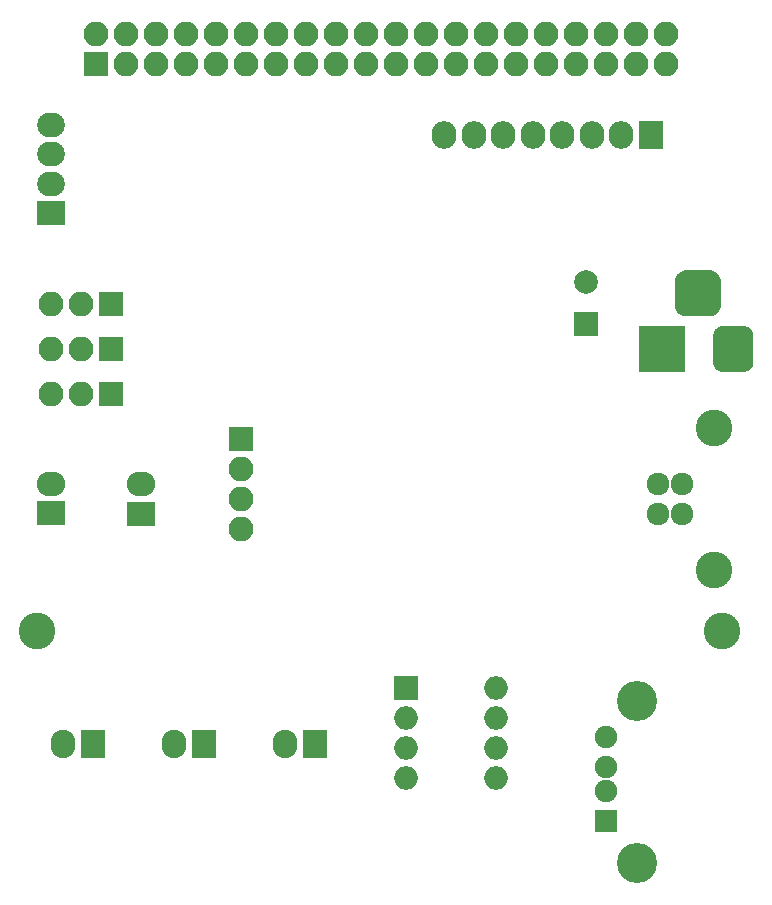
<source format=gbr>
G04 #@! TF.GenerationSoftware,KiCad,Pcbnew,5.0.0-rc2-dev-unknown-2230abd~62~ubuntu16.04.1*
G04 #@! TF.CreationDate,2018-03-12T21:04:26+13:00*
G04 #@! TF.ProjectId,pi-hat,70692D6861742E6B696361645F706362,rev?*
G04 #@! TF.SameCoordinates,Original*
G04 #@! TF.FileFunction,Soldermask,Bot*
G04 #@! TF.FilePolarity,Negative*
%FSLAX46Y46*%
G04 Gerber Fmt 4.6, Leading zero omitted, Abs format (unit mm)*
G04 Created by KiCad (PCBNEW 5.0.0-rc2-dev-unknown-2230abd~62~ubuntu16.04.1) date Mon Mar 12 21:04:26 2018*
%MOMM*%
%LPD*%
G01*
G04 APERTURE LIST*
%ADD10C,1.900000*%
%ADD11R,1.900000X1.900000*%
%ADD12C,3.400000*%
%ADD13R,2.100000X2.400000*%
%ADD14O,2.100000X2.400000*%
%ADD15O,2.350000X2.100000*%
%ADD16R,2.350000X2.100000*%
%ADD17R,2.100000X2.100000*%
%ADD18O,2.100000X2.100000*%
%ADD19R,2.100000X2.350000*%
%ADD20O,2.100000X2.350000*%
%ADD21C,1.920000*%
%ADD22C,3.100000*%
%ADD23R,3.900000X3.900000*%
%ADD24C,0.100000*%
%ADD25C,3.900000*%
%ADD26O,2.400000X2.100000*%
%ADD27R,2.400000X2.100000*%
%ADD28R,2.000000X2.000000*%
%ADD29O,2.000000X2.000000*%
%ADD30C,2.000000*%
G04 APERTURE END LIST*
D10*
X151680000Y-162025000D03*
X151680000Y-164565000D03*
X151680000Y-166595000D03*
D11*
X151680000Y-169135000D03*
D12*
X154350000Y-158975000D03*
X154350000Y-172695000D03*
D13*
X127022000Y-162572000D03*
D14*
X124522000Y-162572000D03*
D15*
X104690000Y-110160000D03*
X104690000Y-112660000D03*
X104690000Y-115160000D03*
D16*
X104690000Y-117660000D03*
D13*
X117632000Y-162572000D03*
D14*
X115132000Y-162572000D03*
X105742000Y-162572000D03*
D13*
X108242000Y-162572000D03*
D17*
X108500000Y-105000000D03*
D18*
X108500000Y-102460000D03*
X111040000Y-105000000D03*
X111040000Y-102460000D03*
X113580000Y-105000000D03*
X113580000Y-102460000D03*
X116120000Y-105000000D03*
X116120000Y-102460000D03*
X118660000Y-105000000D03*
X118660000Y-102460000D03*
X121200000Y-105000000D03*
X121200000Y-102460000D03*
X123740000Y-105000000D03*
X123740000Y-102460000D03*
X126280000Y-105000000D03*
X126280000Y-102460000D03*
X128820000Y-105000000D03*
X128820000Y-102460000D03*
X131360000Y-105000000D03*
X131360000Y-102460000D03*
X133900000Y-105000000D03*
X133900000Y-102460000D03*
X136440000Y-105000000D03*
X136440000Y-102460000D03*
X138980000Y-105000000D03*
X138980000Y-102460000D03*
X141520000Y-105000000D03*
X141520000Y-102460000D03*
X144060000Y-105000000D03*
X144060000Y-102460000D03*
X146600000Y-105000000D03*
X146600000Y-102460000D03*
X149140000Y-105000000D03*
X149140000Y-102460000D03*
X151680000Y-105000000D03*
X151680000Y-102460000D03*
X154220000Y-105000000D03*
X154220000Y-102460000D03*
X156760000Y-105000000D03*
X156760000Y-102460000D03*
D19*
X155500000Y-111000000D03*
D20*
X153000000Y-111000000D03*
X150500000Y-111000000D03*
X148000000Y-111000000D03*
X145500000Y-111000000D03*
X143000000Y-111000000D03*
X140500000Y-111000000D03*
X138000000Y-111000000D03*
D21*
X156125000Y-143100000D03*
X156125000Y-140560000D03*
X158125000Y-140560000D03*
X158125000Y-143100000D03*
D22*
X160825000Y-147830000D03*
X160825000Y-135830000D03*
D23*
X156475000Y-129130000D03*
D24*
G36*
X163408315Y-127184093D02*
X163490827Y-127196333D01*
X163571742Y-127216601D01*
X163650281Y-127244702D01*
X163725687Y-127280367D01*
X163797235Y-127323251D01*
X163864234Y-127372941D01*
X163926041Y-127428959D01*
X163982059Y-127490766D01*
X164031749Y-127557765D01*
X164074633Y-127629313D01*
X164110298Y-127704719D01*
X164138399Y-127783258D01*
X164158667Y-127864173D01*
X164170907Y-127946685D01*
X164175000Y-128030000D01*
X164175000Y-130230000D01*
X164170907Y-130313315D01*
X164158667Y-130395827D01*
X164138399Y-130476742D01*
X164110298Y-130555281D01*
X164074633Y-130630687D01*
X164031749Y-130702235D01*
X163982059Y-130769234D01*
X163926041Y-130831041D01*
X163864234Y-130887059D01*
X163797235Y-130936749D01*
X163725687Y-130979633D01*
X163650281Y-131015298D01*
X163571742Y-131043399D01*
X163490827Y-131063667D01*
X163408315Y-131075907D01*
X163325000Y-131080000D01*
X161625000Y-131080000D01*
X161541685Y-131075907D01*
X161459173Y-131063667D01*
X161378258Y-131043399D01*
X161299719Y-131015298D01*
X161224313Y-130979633D01*
X161152765Y-130936749D01*
X161085766Y-130887059D01*
X161023959Y-130831041D01*
X160967941Y-130769234D01*
X160918251Y-130702235D01*
X160875367Y-130630687D01*
X160839702Y-130555281D01*
X160811601Y-130476742D01*
X160791333Y-130395827D01*
X160779093Y-130313315D01*
X160775000Y-130230000D01*
X160775000Y-128030000D01*
X160779093Y-127946685D01*
X160791333Y-127864173D01*
X160811601Y-127783258D01*
X160839702Y-127704719D01*
X160875367Y-127629313D01*
X160918251Y-127557765D01*
X160967941Y-127490766D01*
X161023959Y-127428959D01*
X161085766Y-127372941D01*
X161152765Y-127323251D01*
X161224313Y-127280367D01*
X161299719Y-127244702D01*
X161378258Y-127216601D01*
X161459173Y-127196333D01*
X161541685Y-127184093D01*
X161625000Y-127180000D01*
X163325000Y-127180000D01*
X163408315Y-127184093D01*
X163408315Y-127184093D01*
G37*
D12*
X162475000Y-129130000D03*
D24*
G36*
X160545567Y-122484695D02*
X160640213Y-122498734D01*
X160733028Y-122521983D01*
X160823116Y-122554217D01*
X160909612Y-122595127D01*
X160991681Y-122644317D01*
X161068533Y-122701315D01*
X161139429Y-122765571D01*
X161203685Y-122836467D01*
X161260683Y-122913319D01*
X161309873Y-122995388D01*
X161350783Y-123081884D01*
X161383017Y-123171972D01*
X161406266Y-123264787D01*
X161420305Y-123359433D01*
X161425000Y-123455000D01*
X161425000Y-125405000D01*
X161420305Y-125500567D01*
X161406266Y-125595213D01*
X161383017Y-125688028D01*
X161350783Y-125778116D01*
X161309873Y-125864612D01*
X161260683Y-125946681D01*
X161203685Y-126023533D01*
X161139429Y-126094429D01*
X161068533Y-126158685D01*
X160991681Y-126215683D01*
X160909612Y-126264873D01*
X160823116Y-126305783D01*
X160733028Y-126338017D01*
X160640213Y-126361266D01*
X160545567Y-126375305D01*
X160450000Y-126380000D01*
X158500000Y-126380000D01*
X158404433Y-126375305D01*
X158309787Y-126361266D01*
X158216972Y-126338017D01*
X158126884Y-126305783D01*
X158040388Y-126264873D01*
X157958319Y-126215683D01*
X157881467Y-126158685D01*
X157810571Y-126094429D01*
X157746315Y-126023533D01*
X157689317Y-125946681D01*
X157640127Y-125864612D01*
X157599217Y-125778116D01*
X157566983Y-125688028D01*
X157543734Y-125595213D01*
X157529695Y-125500567D01*
X157525000Y-125405000D01*
X157525000Y-123455000D01*
X157529695Y-123359433D01*
X157543734Y-123264787D01*
X157566983Y-123171972D01*
X157599217Y-123081884D01*
X157640127Y-122995388D01*
X157689317Y-122913319D01*
X157746315Y-122836467D01*
X157810571Y-122765571D01*
X157881467Y-122701315D01*
X157958319Y-122644317D01*
X158040388Y-122595127D01*
X158126884Y-122554217D01*
X158216972Y-122521983D01*
X158309787Y-122498734D01*
X158404433Y-122484695D01*
X158500000Y-122480000D01*
X160450000Y-122480000D01*
X160545567Y-122484695D01*
X160545567Y-122484695D01*
G37*
D25*
X159475000Y-124430000D03*
D17*
X109770000Y-132940000D03*
D18*
X107230000Y-132940000D03*
X104690000Y-132940000D03*
X104690000Y-129130000D03*
X107230000Y-129130000D03*
D17*
X109770000Y-129130000D03*
X109770000Y-125320000D03*
D18*
X107230000Y-125320000D03*
X104690000Y-125320000D03*
D26*
X104690000Y-140560000D03*
D27*
X104690000Y-143060000D03*
X112310000Y-143100000D03*
D26*
X112310000Y-140600000D03*
D28*
X134798000Y-157818000D03*
D29*
X142418000Y-165438000D03*
X134798000Y-160358000D03*
X142418000Y-162898000D03*
X134798000Y-162898000D03*
X142418000Y-160358000D03*
X134798000Y-165438000D03*
X142418000Y-157818000D03*
D28*
X150000000Y-127000000D03*
D30*
X150000000Y-123500000D03*
D17*
X120828000Y-136736000D03*
D18*
X120828000Y-139276000D03*
X120828000Y-141816000D03*
X120828000Y-144356000D03*
D22*
X103500000Y-153000000D03*
X161500000Y-153000000D03*
M02*

</source>
